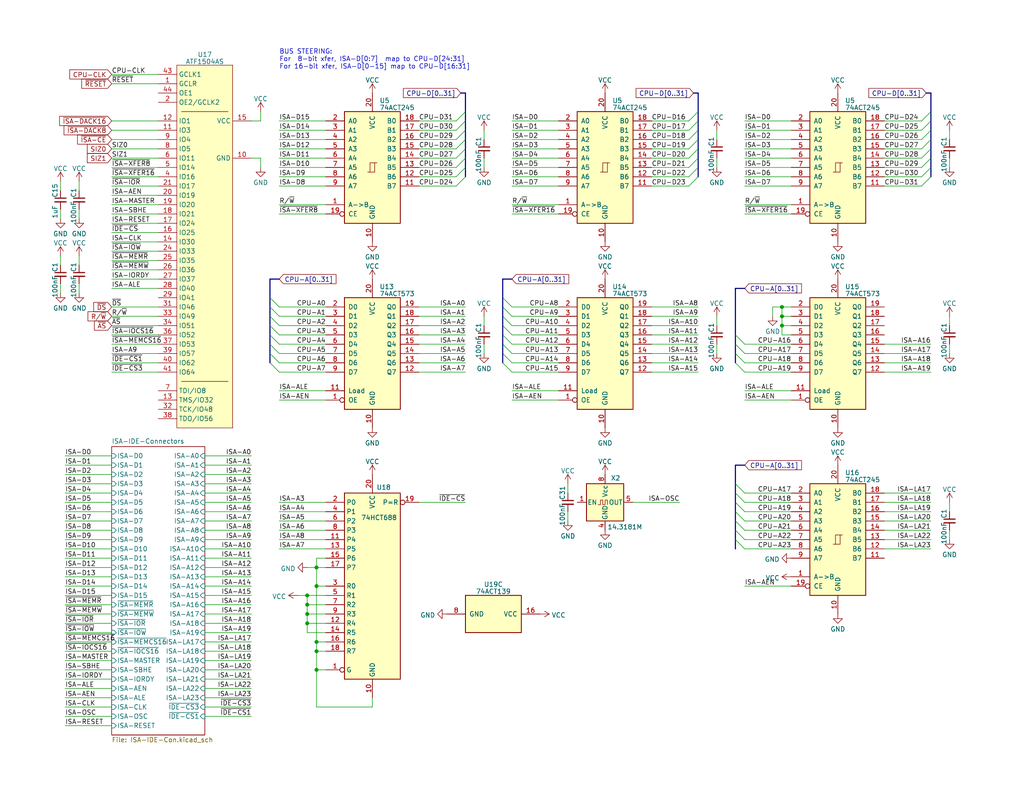
<source format=kicad_sch>
(kicad_sch (version 20230121) (generator eeschema)
  (paper "USLetter")
  (title_block (title "Wrap030-ATX Mainboard") (date "2023-03-26") (rev "1") (company "techav"))
  (junction (at 213.36 86.36))
  (junction (at 86.36 175.26))
  (junction (at 83.82 170.18))
  (junction (at 83.82 167.64))
  (junction (at 86.36 177.8))
  (junction (at 83.82 165.1))
  (junction (at 213.36 88.9))
  (junction (at 83.82 162.56))
  (junction (at 86.36 182.88))
  (junction (at 86.36 160.02))
  (junction (at 86.36 154.94))
  (junction (at 213.36 83.82))
  (bus_entry (at 127 30.48) (size -2.54 2.54))
  (bus_entry (at 73.66 81.28) (size 2.54 2.54))
  (bus_entry (at 73.66 91.44) (size 2.54 2.54))
  (bus_entry (at 137.16 99.06) (size 2.54 2.54))
  (bus_entry (at 190.5 40.64) (size -2.54 2.54))
  (bus_entry (at 73.66 93.98) (size 2.54 2.54))
  (bus_entry (at 254 38.1) (size -2.54 2.54))
  (bus_entry (at 200.66 99.06) (size 2.54 2.54))
  (bus_entry (at 254 30.48) (size -2.54 2.54))
  (bus_entry (at 254 33.02) (size -2.54 2.54))
  (bus_entry (at 200.66 139.7) (size 2.54 2.54))
  (bus_entry (at 254 48.26) (size -2.54 2.54))
  (bus_entry (at 254 40.64) (size -2.54 2.54))
  (bus_entry (at 137.16 88.9) (size 2.54 2.54))
  (bus_entry (at 73.66 88.9) (size 2.54 2.54))
  (bus_entry (at 137.16 96.52) (size 2.54 2.54))
  (bus_entry (at 127 45.72) (size -2.54 2.54))
  (bus_entry (at 137.16 91.44) (size 2.54 2.54))
  (bus_entry (at 200.66 91.44) (size 2.54 2.54))
  (bus_entry (at 200.66 93.98) (size 2.54 2.54))
  (bus_entry (at 127 33.02) (size -2.54 2.54))
  (bus_entry (at 190.5 38.1) (size -2.54 2.54))
  (bus_entry (at 137.16 83.82) (size 2.54 2.54))
  (bus_entry (at 190.5 33.02) (size -2.54 2.54))
  (bus_entry (at 127 38.1) (size -2.54 2.54))
  (bus_entry (at 200.66 142.24) (size 2.54 2.54))
  (bus_entry (at 200.66 96.52) (size 2.54 2.54))
  (bus_entry (at 137.16 81.28) (size 2.54 2.54))
  (bus_entry (at 73.66 99.06) (size 2.54 2.54))
  (bus_entry (at 73.66 83.82) (size 2.54 2.54))
  (bus_entry (at 127 48.26) (size -2.54 2.54))
  (bus_entry (at 190.5 30.48) (size -2.54 2.54))
  (bus_entry (at 127 40.64) (size -2.54 2.54))
  (bus_entry (at 200.66 132.08) (size 2.54 2.54))
  (bus_entry (at 200.66 144.78) (size 2.54 2.54))
  (bus_entry (at 200.66 147.32) (size 2.54 2.54))
  (bus_entry (at 190.5 43.18) (size -2.54 2.54))
  (bus_entry (at 127 35.56) (size -2.54 2.54))
  (bus_entry (at 137.16 86.36) (size 2.54 2.54))
  (bus_entry (at 190.5 48.26) (size -2.54 2.54))
  (bus_entry (at 200.66 134.62) (size 2.54 2.54))
  (bus_entry (at 200.66 137.16) (size 2.54 2.54))
  (bus_entry (at 127 43.18) (size -2.54 2.54))
  (bus_entry (at 137.16 93.98) (size 2.54 2.54))
  (bus_entry (at 254 43.18) (size -2.54 2.54))
  (bus_entry (at 254 35.56) (size -2.54 2.54))
  (bus_entry (at 190.5 45.72) (size -2.54 2.54))
  (bus_entry (at 73.66 86.36) (size 2.54 2.54))
  (bus_entry (at 254 45.72) (size -2.54 2.54))
  (bus_entry (at 190.5 35.56) (size -2.54 2.54))
  (bus_entry (at 73.66 96.52) (size 2.54 2.54))
  (wire (pts (xy 241.3 139.7) (xy 254 139.7)))
  (wire (pts (xy 259.08 137.16) (xy 259.08 139.7)))
  (bus (pts (xy 127 45.72) (xy 127 48.26)))
  (wire (pts (xy 16.51 59.69) (xy 16.51 57.15)))
  (bus (pts (xy 200.66 96.52) (xy 200.66 99.06)))
  (wire (pts (xy 83.82 170.18) (xy 83.82 167.64)))
  (wire (pts (xy 203.2 58.42) (xy 215.9 58.42)))
  (wire (pts (xy 241.3 43.18) (xy 251.46 43.18)))
  (wire (pts (xy 76.2 142.24) (xy 88.9 142.24)))
  (wire (pts (xy 114.3 101.6) (xy 127 101.6)))
  (wire (pts (xy 43.18 43.18) (xy 30.48 43.18)))
  (bus (pts (xy 190.5 38.1) (xy 190.5 40.64)))
  (wire (pts (xy 16.51 80.01) (xy 16.51 77.47)))
  (wire (pts (xy 55.88 124.46) (xy 68.58 124.46)))
  (wire (pts (xy 114.3 50.8) (xy 124.46 50.8)))
  (wire (pts (xy 76.2 35.56) (xy 88.9 35.56)))
  (wire (pts (xy 139.7 45.72) (xy 152.4 45.72)))
  (wire (pts (xy 241.3 35.56) (xy 251.46 35.56)))
  (wire (pts (xy 55.88 129.54) (xy 68.58 129.54)))
  (wire (pts (xy 17.78 182.88) (xy 30.48 182.88)))
  (wire (pts (xy 203.2 40.64) (xy 215.9 40.64)))
  (bus (pts (xy 190.5 43.18) (xy 190.5 45.72)))
  (wire (pts (xy 139.7 55.88) (xy 152.4 55.88)))
  (wire (pts (xy 86.36 154.94) (xy 88.9 154.94)))
  (bus (pts (xy 73.66 88.9) (xy 73.66 91.44)))
  (bus (pts (xy 137.16 83.82) (xy 137.16 86.36)))
  (wire (pts (xy 241.3 147.32) (xy 254 147.32)))
  (wire (pts (xy 203.2 99.06) (xy 215.9 99.06)))
  (wire (pts (xy 114.3 91.44) (xy 127 91.44)))
  (bus (pts (xy 200.66 91.44) (xy 200.66 93.98)))
  (wire (pts (xy 76.2 149.86) (xy 88.9 149.86)))
  (wire (pts (xy 30.48 63.5) (xy 43.18 63.5)))
  (wire (pts (xy 17.78 195.58) (xy 30.48 195.58)))
  (wire (pts (xy 83.82 165.1) (xy 83.82 162.56)))
  (wire (pts (xy 241.3 144.78) (xy 254 144.78)))
  (wire (pts (xy 132.08 45.72) (xy 132.08 43.18)))
  (wire (pts (xy 203.2 134.62) (xy 215.9 134.62)))
  (wire (pts (xy 76.2 88.9) (xy 88.9 88.9)))
  (wire (pts (xy 195.58 96.52) (xy 195.58 93.98)))
  (wire (pts (xy 55.88 185.42) (xy 68.58 185.42)))
  (wire (pts (xy 139.7 40.64) (xy 152.4 40.64)))
  (bus (pts (xy 254 45.72) (xy 254 48.26)))
  (bus (pts (xy 137.16 96.52) (xy 137.16 99.06)))
  (wire (pts (xy 203.2 149.86) (xy 215.9 149.86)))
  (wire (pts (xy 17.78 149.86) (xy 30.48 149.86)))
  (wire (pts (xy 241.3 96.52) (xy 254 96.52)))
  (wire (pts (xy 86.36 175.26) (xy 88.9 175.26)))
  (wire (pts (xy 21.59 69.85) (xy 21.59 72.39)))
  (wire (pts (xy 259.08 86.36) (xy 259.08 88.9)))
  (wire (pts (xy 30.48 60.96) (xy 43.18 60.96)))
  (bus (pts (xy 127 35.56) (xy 127 38.1)))
  (wire (pts (xy 76.2 137.16) (xy 88.9 137.16)))
  (bus (pts (xy 190.5 25.4) (xy 190.5 30.48)))
  (wire (pts (xy 213.36 88.9) (xy 215.9 88.9)))
  (wire (pts (xy 241.3 40.64) (xy 251.46 40.64)))
  (wire (pts (xy 177.8 91.44) (xy 190.5 91.44)))
  (wire (pts (xy 154.94 132.08) (xy 154.94 134.62)))
  (wire (pts (xy 241.3 48.26) (xy 251.46 48.26)))
  (wire (pts (xy 203.2 137.16) (xy 215.9 137.16)))
  (bus (pts (xy 127 33.02) (xy 127 35.56)))
  (wire (pts (xy 139.7 38.1) (xy 152.4 38.1)))
  (wire (pts (xy 30.48 55.88) (xy 43.18 55.88)))
  (wire (pts (xy 21.59 49.53) (xy 21.59 52.07)))
  (bus (pts (xy 254 35.56) (xy 254 38.1)))
  (wire (pts (xy 43.18 88.9) (xy 30.48 88.9)))
  (wire (pts (xy 17.78 165.1) (xy 30.48 165.1)))
  (wire (pts (xy 76.2 58.42) (xy 88.9 58.42)))
  (wire (pts (xy 177.8 35.56) (xy 187.96 35.56)))
  (bus (pts (xy 254 25.4) (xy 254 30.48)))
  (wire (pts (xy 17.78 137.16) (xy 30.48 137.16)))
  (wire (pts (xy 43.18 40.64) (xy 30.48 40.64)))
  (wire (pts (xy 55.88 182.88) (xy 68.58 182.88)))
  (wire (pts (xy 259.08 96.52) (xy 259.08 93.98)))
  (bus (pts (xy 200.66 142.24) (xy 200.66 144.78)))
  (wire (pts (xy 203.2 109.22) (xy 215.9 109.22)))
  (wire (pts (xy 241.3 99.06) (xy 254 99.06)))
  (wire (pts (xy 139.7 101.6) (xy 152.4 101.6)))
  (wire (pts (xy 241.3 33.02) (xy 251.46 33.02)))
  (wire (pts (xy 55.88 193.04) (xy 68.58 193.04)))
  (bus (pts (xy 137.16 76.2) (xy 137.16 81.28)))
  (wire (pts (xy 114.3 43.18) (xy 124.46 43.18)))
  (wire (pts (xy 83.82 172.72) (xy 83.82 170.18)))
  (bus (pts (xy 137.16 86.36) (xy 137.16 88.9)))
  (wire (pts (xy 127 137.16) (xy 114.3 137.16)))
  (wire (pts (xy 139.7 91.44) (xy 152.4 91.44)))
  (wire (pts (xy 83.82 165.1) (xy 88.9 165.1)))
  (bus (pts (xy 190.5 40.64) (xy 190.5 43.18)))
  (bus (pts (xy 137.16 93.98) (xy 137.16 96.52)))
  (wire (pts (xy 88.9 172.72) (xy 83.82 172.72)))
  (wire (pts (xy 76.2 99.06) (xy 88.9 99.06)))
  (wire (pts (xy 55.88 162.56) (xy 68.58 162.56)))
  (bus (pts (xy 73.66 96.52) (xy 73.66 99.06)))
  (wire (pts (xy 30.48 58.42) (xy 43.18 58.42)))
  (bus (pts (xy 137.16 91.44) (xy 137.16 93.98)))
  (bus (pts (xy 127 43.18) (xy 127 45.72)))
  (wire (pts (xy 30.48 66.04) (xy 43.18 66.04)))
  (bus (pts (xy 127 40.64) (xy 127 43.18)))
  (wire (pts (xy 241.3 93.98) (xy 254 93.98)))
  (wire (pts (xy 213.36 86.36) (xy 215.9 86.36)))
  (wire (pts (xy 55.88 180.34) (xy 68.58 180.34)))
  (wire (pts (xy 55.88 187.96) (xy 68.58 187.96)))
  (wire (pts (xy 203.2 147.32) (xy 215.9 147.32)))
  (wire (pts (xy 139.7 106.68) (xy 152.4 106.68)))
  (wire (pts (xy 177.8 88.9) (xy 190.5 88.9)))
  (wire (pts (xy 177.8 38.1) (xy 187.96 38.1)))
  (bus (pts (xy 200.66 78.74) (xy 203.2 78.74)))
  (wire (pts (xy 83.82 170.18) (xy 88.9 170.18)))
  (wire (pts (xy 213.36 83.82) (xy 215.9 83.82)))
  (wire (pts (xy 86.36 177.8) (xy 86.36 175.26)))
  (wire (pts (xy 76.2 101.6) (xy 88.9 101.6)))
  (wire (pts (xy 213.36 83.82) (xy 210.82 83.82)))
  (wire (pts (xy 17.78 154.94) (xy 30.48 154.94)))
  (wire (pts (xy 76.2 48.26) (xy 88.9 48.26)))
  (wire (pts (xy 30.48 35.56) (xy 43.18 35.56)))
  (wire (pts (xy 241.3 101.6) (xy 254 101.6)))
  (wire (pts (xy 30.48 33.02) (xy 43.18 33.02)))
  (wire (pts (xy 30.48 73.66) (xy 43.18 73.66)))
  (wire (pts (xy 203.2 38.1) (xy 215.9 38.1)))
  (wire (pts (xy 76.2 144.78) (xy 88.9 144.78)))
  (bus (pts (xy 254 33.02) (xy 254 35.56)))
  (bus (pts (xy 73.66 76.2) (xy 73.66 81.28)))
  (wire (pts (xy 55.88 160.02) (xy 68.58 160.02)))
  (wire (pts (xy 114.3 96.52) (xy 127 96.52)))
  (bus (pts (xy 190.5 33.02) (xy 190.5 35.56)))
  (wire (pts (xy 203.2 142.24) (xy 215.9 142.24)))
  (wire (pts (xy 55.88 195.58) (xy 68.58 195.58)))
  (wire (pts (xy 55.88 144.78) (xy 68.58 144.78)))
  (bus (pts (xy 252.73 25.4) (xy 254 25.4)))
  (wire (pts (xy 88.9 160.02) (xy 86.36 160.02)))
  (wire (pts (xy 76.2 55.88) (xy 88.9 55.88)))
  (wire (pts (xy 55.88 172.72) (xy 68.58 172.72)))
  (wire (pts (xy 17.78 185.42) (xy 30.48 185.42)))
  (wire (pts (xy 17.78 190.5) (xy 30.48 190.5)))
  (wire (pts (xy 17.78 193.04) (xy 30.48 193.04)))
  (wire (pts (xy 17.78 175.26) (xy 30.48 175.26)))
  (wire (pts (xy 55.88 147.32) (xy 68.58 147.32)))
  (wire (pts (xy 213.36 88.9) (xy 213.36 86.36)))
  (wire (pts (xy 139.7 43.18) (xy 152.4 43.18)))
  (wire (pts (xy 139.7 48.26) (xy 152.4 48.26)))
  (wire (pts (xy 86.36 154.94) (xy 86.36 152.4)))
  (wire (pts (xy 30.48 71.12) (xy 43.18 71.12)))
  (wire (pts (xy 203.2 106.68) (xy 215.9 106.68)))
  (wire (pts (xy 76.2 33.02) (xy 88.9 33.02)))
  (wire (pts (xy 55.88 152.4) (xy 68.58 152.4)))
  (wire (pts (xy 203.2 35.56) (xy 215.9 35.56)))
  (wire (pts (xy 76.2 43.18) (xy 88.9 43.18)))
  (bus (pts (xy 200.66 78.74) (xy 200.66 91.44)))
  (wire (pts (xy 76.2 96.52) (xy 88.9 96.52)))
  (wire (pts (xy 68.58 33.02) (xy 71.12 33.02)))
  (wire (pts (xy 17.78 144.78) (xy 30.48 144.78)))
  (bus (pts (xy 127 30.48) (xy 127 33.02)))
  (wire (pts (xy 55.88 127) (xy 68.58 127)))
  (bus (pts (xy 200.66 127) (xy 200.66 132.08)))
  (wire (pts (xy 139.7 93.98) (xy 152.4 93.98)))
  (wire (pts (xy 203.2 33.02) (xy 215.9 33.02)))
  (wire (pts (xy 86.36 160.02) (xy 86.36 154.94)))
  (wire (pts (xy 215.9 91.44) (xy 213.36 91.44)))
  (wire (pts (xy 114.3 99.06) (xy 127 99.06)))
  (wire (pts (xy 55.88 190.5) (xy 68.58 190.5)))
  (wire (pts (xy 210.82 83.82) (xy 210.82 86.36)))
  (wire (pts (xy 16.51 49.53) (xy 16.51 52.07)))
  (wire (pts (xy 76.2 91.44) (xy 88.9 91.44)))
  (wire (pts (xy 114.3 86.36) (xy 127 86.36)))
  (wire (pts (xy 203.2 101.6) (xy 215.9 101.6)))
  (wire (pts (xy 76.2 50.8) (xy 88.9 50.8)))
  (wire (pts (xy 154.94 142.24) (xy 154.94 139.7)))
  (wire (pts (xy 132.08 96.52) (xy 132.08 93.98)))
  (wire (pts (xy 55.88 137.16) (xy 68.58 137.16)))
  (wire (pts (xy 241.3 142.24) (xy 254 142.24)))
  (wire (pts (xy 259.08 147.32) (xy 259.08 144.78)))
  (wire (pts (xy 114.3 83.82) (xy 127 83.82)))
  (wire (pts (xy 114.3 93.98) (xy 127 93.98)))
  (wire (pts (xy 213.36 86.36) (xy 213.36 83.82)))
  (wire (pts (xy 83.82 154.94) (xy 86.36 154.94)))
  (bus (pts (xy 200.66 137.16) (xy 200.66 139.7)))
  (wire (pts (xy 139.7 33.02) (xy 152.4 33.02)))
  (wire (pts (xy 139.7 58.42) (xy 152.4 58.42)))
  (wire (pts (xy 17.78 157.48) (xy 30.48 157.48)))
  (wire (pts (xy 76.2 93.98) (xy 88.9 93.98)))
  (wire (pts (xy 30.48 76.2) (xy 43.18 76.2)))
  (wire (pts (xy 259.08 45.72) (xy 259.08 43.18)))
  (wire (pts (xy 30.48 45.72) (xy 43.18 45.72)))
  (wire (pts (xy 203.2 93.98) (xy 215.9 93.98)))
  (wire (pts (xy 76.2 86.36) (xy 88.9 86.36)))
  (wire (pts (xy 17.78 142.24) (xy 30.48 142.24)))
  (wire (pts (xy 114.3 33.02) (xy 124.46 33.02)))
  (wire (pts (xy 139.7 50.8) (xy 152.4 50.8)))
  (bus (pts (xy 254 30.48) (xy 254 33.02)))
  (wire (pts (xy 86.36 175.26) (xy 86.36 160.02)))
  (wire (pts (xy 81.28 162.56) (xy 83.82 162.56)))
  (wire (pts (xy 55.88 165.1) (xy 68.58 165.1)))
  (wire (pts (xy 83.82 167.64) (xy 88.9 167.64)))
  (bus (pts (xy 190.5 30.48) (xy 190.5 33.02)))
  (wire (pts (xy 177.8 43.18) (xy 187.96 43.18)))
  (wire (pts (xy 86.36 152.4) (xy 88.9 152.4)))
  (wire (pts (xy 241.3 45.72) (xy 251.46 45.72)))
  (bus (pts (xy 200.66 147.32) (xy 200.66 149.86)))
  (wire (pts (xy 55.88 175.26) (xy 68.58 175.26)))
  (bus (pts (xy 189.23 25.4) (xy 190.5 25.4)))
  (wire (pts (xy 55.88 134.62) (xy 68.58 134.62)))
  (wire (pts (xy 195.58 86.36) (xy 195.58 88.9)))
  (wire (pts (xy 132.08 86.36) (xy 132.08 88.9)))
  (bus (pts (xy 200.66 144.78) (xy 200.66 147.32)))
  (bus (pts (xy 127 38.1) (xy 127 40.64)))
  (wire (pts (xy 55.88 139.7) (xy 68.58 139.7)))
  (bus (pts (xy 73.66 93.98) (xy 73.66 96.52)))
  (wire (pts (xy 55.88 170.18) (xy 68.58 170.18)))
  (bus (pts (xy 73.66 91.44) (xy 73.66 93.98)))
  (wire (pts (xy 17.78 152.4) (xy 30.48 152.4)))
  (wire (pts (xy 17.78 147.32) (xy 30.48 147.32)))
  (wire (pts (xy 43.18 86.36) (xy 30.48 86.36)))
  (wire (pts (xy 55.88 167.64) (xy 68.58 167.64)))
  (wire (pts (xy 30.48 38.1) (xy 43.18 38.1)))
  (wire (pts (xy 203.2 43.18) (xy 215.9 43.18)))
  (wire (pts (xy 114.3 38.1) (xy 124.46 38.1)))
  (bus (pts (xy 190.5 35.56) (xy 190.5 38.1)))
  (wire (pts (xy 43.18 99.06) (xy 30.48 99.06)))
  (wire (pts (xy 139.7 109.22) (xy 152.4 109.22)))
  (wire (pts (xy 76.2 147.32) (xy 88.9 147.32)))
  (wire (pts (xy 139.7 99.06) (xy 152.4 99.06)))
  (wire (pts (xy 17.78 124.46) (xy 30.48 124.46)))
  (wire (pts (xy 55.88 149.86) (xy 68.58 149.86)))
  (wire (pts (xy 17.78 162.56) (xy 30.48 162.56)))
  (wire (pts (xy 21.59 59.69) (xy 21.59 57.15)))
  (wire (pts (xy 71.12 43.18) (xy 68.58 43.18)))
  (wire (pts (xy 17.78 177.8) (xy 30.48 177.8)))
  (wire (pts (xy 21.59 80.01) (xy 21.59 77.47)))
  (wire (pts (xy 30.48 91.44) (xy 43.18 91.44)))
  (bus (pts (xy 73.66 76.2) (xy 76.2 76.2)))
  (wire (pts (xy 86.36 193.04) (xy 101.6 193.04)))
  (wire (pts (xy 30.48 22.86) (xy 43.18 22.86)))
  (wire (pts (xy 30.48 96.52) (xy 43.18 96.52)))
  (wire (pts (xy 139.7 96.52) (xy 152.4 96.52)))
  (wire (pts (xy 185.42 137.16) (xy 172.72 137.16)))
  (wire (pts (xy 203.2 45.72) (xy 215.9 45.72)))
  (wire (pts (xy 17.78 180.34) (xy 30.48 180.34)))
  (wire (pts (xy 241.3 50.8) (xy 251.46 50.8)))
  (wire (pts (xy 83.82 167.64) (xy 83.82 165.1)))
  (bus (pts (xy 137.16 81.28) (xy 137.16 83.82)))
  (wire (pts (xy 101.6 193.04) (xy 101.6 190.5)))
  (bus (pts (xy 200.66 139.7) (xy 200.66 142.24)))
  (wire (pts (xy 55.88 154.94) (xy 68.58 154.94)))
  (wire (pts (xy 17.78 132.08) (xy 30.48 132.08)))
  (wire (pts (xy 139.7 88.9) (xy 152.4 88.9)))
  (wire (pts (xy 30.48 78.74) (xy 43.18 78.74)))
  (bus (pts (xy 200.66 132.08) (xy 200.66 134.62)))
  (wire (pts (xy 203.2 96.52) (xy 215.9 96.52)))
  (wire (pts (xy 203.2 55.88) (xy 215.9 55.88)))
  (wire (pts (xy 177.8 40.64) (xy 187.96 40.64)))
  (wire (pts (xy 16.51 69.85) (xy 16.51 72.39)))
  (wire (pts (xy 177.8 50.8) (xy 187.96 50.8)))
  (wire (pts (xy 213.36 91.44) (xy 213.36 88.9)))
  (wire (pts (xy 30.48 93.98) (xy 43.18 93.98)))
  (wire (pts (xy 177.8 45.72) (xy 187.96 45.72)))
  (bus (pts (xy 73.66 81.28) (xy 73.66 83.82)))
  (wire (pts (xy 76.2 106.68) (xy 88.9 106.68)))
  (wire (pts (xy 17.78 167.64) (xy 30.48 167.64)))
  (wire (pts (xy 114.3 48.26) (xy 124.46 48.26)))
  (wire (pts (xy 30.48 53.34) (xy 43.18 53.34)))
  (wire (pts (xy 203.2 50.8) (xy 215.9 50.8)))
  (wire (pts (xy 76.2 40.64) (xy 88.9 40.64)))
  (wire (pts (xy 30.48 48.26) (xy 43.18 48.26)))
  (wire (pts (xy 177.8 48.26) (xy 187.96 48.26)))
  (wire (pts (xy 55.88 142.24) (xy 68.58 142.24)))
  (wire (pts (xy 203.2 144.78) (xy 215.9 144.78)))
  (wire (pts (xy 241.3 149.86) (xy 254 149.86)))
  (wire (pts (xy 17.78 172.72) (xy 30.48 172.72)))
  (wire (pts (xy 195.58 45.72) (xy 195.58 43.18)))
  (wire (pts (xy 203.2 139.7) (xy 215.9 139.7)))
  (wire (pts (xy 30.48 50.8) (xy 43.18 50.8)))
  (wire (pts (xy 259.08 35.56) (xy 259.08 38.1)))
  (wire (pts (xy 241.3 38.1) (xy 251.46 38.1)))
  (wire (pts (xy 177.8 96.52) (xy 190.5 96.52)))
  (wire (pts (xy 76.2 109.22) (xy 88.9 109.22)))
  (wire (pts (xy 76.2 83.82) (xy 88.9 83.82)))
  (wire (pts (xy 241.3 134.62) (xy 254 134.62)))
  (bus (pts (xy 127 25.4) (xy 127 30.48)))
  (bus (pts (xy 190.5 45.72) (xy 190.5 48.26)))
  (wire (pts (xy 17.78 129.54) (xy 30.48 129.54)))
  (wire (pts (xy 86.36 182.88) (xy 86.36 177.8)))
  (wire (pts (xy 114.3 35.56) (xy 124.46 35.56)))
  (bus (pts (xy 200.66 127) (xy 203.2 127)))
  (wire (pts (xy 114.3 88.9) (xy 127 88.9)))
  (wire (pts (xy 43.18 101.6) (xy 30.48 101.6)))
  (bus (pts (xy 254 43.18) (xy 254 45.72)))
  (wire (pts (xy 17.78 170.18) (xy 30.48 170.18)))
  (wire (pts (xy 76.2 45.72) (xy 88.9 45.72)))
  (wire (pts (xy 76.2 139.7) (xy 88.9 139.7)))
  (wire (pts (xy 88.9 182.88) (xy 86.36 182.88)))
  (wire (pts (xy 17.78 127) (xy 30.48 127)))
  (wire (pts (xy 177.8 93.98) (xy 190.5 93.98)))
  (bus (pts (xy 254 40.64) (xy 254 43.18)))
  (wire (pts (xy 203.2 160.02) (xy 215.9 160.02)))
  (wire (pts (xy 30.48 68.58) (xy 43.18 68.58)))
  (wire (pts (xy 30.48 20.32) (xy 43.18 20.32)))
  (wire (pts (xy 177.8 83.82) (xy 190.5 83.82)))
  (wire (pts (xy 71.12 45.72) (xy 71.12 43.18)))
  (wire (pts (xy 114.3 45.72) (xy 124.46 45.72)))
  (wire (pts (xy 139.7 86.36) (xy 152.4 86.36)))
  (wire (pts (xy 17.78 139.7) (xy 30.48 139.7)))
  (wire (pts (xy 177.8 99.06) (xy 190.5 99.06)))
  (wire (pts (xy 139.7 83.82) (xy 152.4 83.82)))
  (wire (pts (xy 177.8 86.36) (xy 190.5 86.36)))
  (wire (pts (xy 17.78 198.12) (xy 30.48 198.12)))
  (wire (pts (xy 76.2 38.1) (xy 88.9 38.1)))
  (wire (pts (xy 17.78 187.96) (xy 30.48 187.96)))
  (bus (pts (xy 137.16 88.9) (xy 137.16 91.44)))
  (bus (pts (xy 73.66 83.82) (xy 73.66 86.36)))
  (wire (pts (xy 55.88 157.48) (xy 68.58 157.48)))
  (wire (pts (xy 177.8 33.02) (xy 187.96 33.02)))
  (wire (pts (xy 114.3 40.64) (xy 124.46 40.64)))
  (wire (pts (xy 17.78 160.02) (xy 30.48 160.02)))
  (wire (pts (xy 203.2 48.26) (xy 215.9 48.26)))
  (wire (pts (xy 195.58 35.56) (xy 195.58 38.1)))
  (wire (pts (xy 55.88 132.08) (xy 68.58 132.08)))
  (wire (pts (xy 241.3 137.16) (xy 254 137.16)))
  (wire (pts (xy 17.78 134.62) (xy 30.48 134.62)))
  (wire (pts (xy 71.12 33.02) (xy 71.12 30.48)))
  (bus (pts (xy 137.16 76.2) (xy 139.7 76.2)))
  (bus (pts (xy 254 38.1) (xy 254 40.64)))
  (wire (pts (xy 43.18 83.82) (xy 30.48 83.82)))
  (wire (pts (xy 86.36 182.88) (xy 86.36 193.04)))
  (bus (pts (xy 73.66 86.36) (xy 73.66 88.9)))
  (wire (pts (xy 83.82 162.56) (xy 88.9 162.56)))
  (bus (pts (xy 125.73 25.4) (xy 127 25.4)))
  (wire (pts (xy 88.9 177.8) (xy 86.36 177.8)))
  (wire (pts (xy 55.88 177.8) (xy 68.58 177.8)))
  (wire (pts (xy 177.8 101.6) (xy 190.5 101.6)))
  (wire (pts (xy 139.7 35.56) (xy 152.4 35.56)))
  (bus (pts (xy 200.66 93.98) (xy 200.66 96.52)))
  (wire (pts (xy 132.08 35.56) (xy 132.08 38.1)))
  (bus (pts (xy 200.66 134.62) (xy 200.66 137.16)))
  (text "BUS STEERING:\nFor  8-bit xfer, ISA-D[0:7]  map to CPU-D[24:31]\nFor 16-bit xfer, ISA-D[0-15] map to CPU-D[16:31]" (at 76.2 19.05 0) (effects (font (size 1.27 1.27)) (justify left bottom)))
  (label "CPU-A2" (at 88.9 88.9 180))
  (label "CPU-D22" (at 177.8 48.26 0))
  (label "ISA-D7" (at 139.7 50.8 0))
  (label "~{ISA-IOW}" (at 30.48 68.58 0))
  (label "~{ISA-IOR}" (at 30.48 50.8 0))
  (label "ISA-D5" (at 139.7 45.72 0))
  (label "R{slash}~{W}" (at 76.2 55.88 0))
  (label "CPU-D20" (at 177.8 43.18 0))
  (label "ISA-A16" (at 254 93.98 180))
  (label "ISA-D15" (at 17.78 162.56 0))
  (label "ISA-A4" (at 68.58 134.62 180))
  (label "ISA-SBHE" (at 30.48 58.42 0))
  (label "CPU-A20" (at 215.9 142.24 180))
  (label "ISA-AEN" (at 17.78 190.5 0))
  (label "ISA-A10" (at 68.58 149.86 180))
  (label "CPU-A7" (at 88.9 101.6 180))
  (label "ISA-IORDY" (at 17.78 185.42 0))
  (label "~{IDE-CS3}" (at 30.48 101.6 0))
  (label "ISA-A18" (at 68.58 170.18 180))
  (label "ISA-D0" (at 17.78 124.46 0))
  (label "ISA-LA22" (at 254 147.32 180))
  (label "~{ISA-MEMR}" (at 17.78 165.1 0))
  (label "ISA-LA17" (at 254 134.62 180))
  (label "ISA-RESET" (at 30.48 60.96 0))
  (label "ISA-ALE" (at 139.7 106.68 0))
  (label "CPU-D25" (at 241.3 35.56 0))
  (label "ISA-D15" (at 76.2 33.02 0))
  (label "ISA-A5" (at 68.58 137.16 180))
  (label "CPU-A22" (at 215.9 147.32 180))
  (label "ISA-A19" (at 254 101.6 180))
  (label "CPU-A16" (at 215.9 93.98 180))
  (label "ISA-A17" (at 254 96.52 180))
  (label "~{DS}" (at 30.48 83.82 0))
  (label "ISA-A3" (at 68.58 132.08 180))
  (label "ISA-A8" (at 68.58 144.78 180))
  (label "ISA-D7" (at 17.78 142.24 0))
  (label "ISA-D2" (at 17.78 129.54 0))
  (label "ISA-A6" (at 68.58 139.7 180))
  (label "ISA-A6" (at 76.2 144.78 0))
  (label "ISA-D10" (at 17.78 149.86 0))
  (label "SIZ0" (at 30.48 40.64 0))
  (label "ISA-A0" (at 68.58 124.46 180))
  (label "~{IDE-CS1}" (at 68.58 195.58 180))
  (label "ISA-AEN" (at 139.7 109.22 0))
  (label "CPU-A18" (at 215.9 99.06 180))
  (label "ISA-D4" (at 139.7 43.18 0))
  (label "CPU-A18" (at 215.9 137.16 180))
  (label "ISA-AEN" (at 30.48 53.34 0))
  (label "CPU-A17" (at 215.9 134.62 180))
  (label "CPU-A12" (at 152.4 93.98 180))
  (label "ISA-ALE" (at 17.78 187.96 0))
  (label "ISA-D14" (at 76.2 35.56 0))
  (label "CPU-A8" (at 152.4 83.82 180))
  (label "ISA-D12" (at 17.78 154.94 0))
  (label "ISA-A7" (at 76.2 149.86 0))
  (label "CPU-D29" (at 114.3 38.1 0))
  (label "ISA-LA18" (at 68.58 177.8 180))
  (label "~{ISA-MEMCS16}" (at 17.78 175.26 0))
  (label "ISA-D4" (at 17.78 134.62 0))
  (label "ISA-A8" (at 190.5 83.82 180))
  (label "ISA-D13" (at 76.2 38.1 0))
  (label "CPU-D26" (at 114.3 45.72 0))
  (label "ISA-A8" (at 76.2 147.32 0))
  (label "~{IDE-CS}" (at 127 137.16 180))
  (label "CPU-D23" (at 177.8 50.8 0))
  (label "~{ISA-XFER16}" (at 203.2 58.42 0))
  (label "CPU-A6" (at 88.9 99.06 180))
  (label "ISA-D11" (at 76.2 43.18 0))
  (label "ISA-D2" (at 139.7 38.1 0))
  (label "CPU-D26" (at 241.3 38.1 0))
  (label "ISA-CLK" (at 17.78 193.04 0))
  (label "ISA-A4" (at 76.2 139.7 0))
  (label "CPU-D19" (at 177.8 40.64 0))
  (label "ISA-A13" (at 190.5 96.52 180))
  (label "~{AS}" (at 30.48 88.9 0))
  (label "ISA-A7" (at 127 101.6 180))
  (label "CPU-D27" (at 241.3 40.64 0))
  (label "ISA-D12" (at 76.2 40.64 0))
  (label "ISA-A5" (at 76.2 142.24 0))
  (label "CPU-D30" (at 114.3 35.56 0))
  (label "ISA-A13" (at 68.58 157.48 180))
  (label "~{ISA-MEMCS16}" (at 30.48 93.98 0))
  (label "CPU-A10" (at 152.4 88.9 180))
  (label "~{ISA-IOCS16}" (at 17.78 177.8 0))
  (label "CPU-D18" (at 177.8 38.1 0))
  (label "ISA-D10" (at 76.2 45.72 0))
  (label "ISA-D8" (at 17.78 144.78 0))
  (label "CPU-A1" (at 88.9 86.36 180))
  (label "CPU-A19" (at 215.9 101.6 180))
  (label "ISA-A9" (at 190.5 86.36 180))
  (label "ISA-A12" (at 68.58 154.94 180))
  (label "ISA-A11" (at 68.58 152.4 180))
  (label "ISA-D9" (at 17.78 147.32 0))
  (label "ISA-LA19" (at 254 139.7 180))
  (label "ISA-ALE" (at 203.2 106.68 0))
  (label "CPU-D27" (at 114.3 43.18 0))
  (label "ISA-LA22" (at 68.58 187.96 180))
  (label "ISA-LA19" (at 68.58 180.34 180))
  (label "~{RESET}" (at 30.48 22.86 0))
  (label "ISA-A7" (at 68.58 142.24 180))
  (label "ISA-D3" (at 17.78 132.08 0))
  (label "CPU-A5" (at 88.9 96.52 180))
  (label "ISA-A6" (at 127 99.06 180))
  (label "ISA-D8" (at 76.2 50.8 0))
  (label "CPU-D25" (at 114.3 48.26 0))
  (label "ISA-D6" (at 203.2 48.26 0))
  (label "ISA-A9" (at 68.58 147.32 180))
  (label "CPU-A21" (at 215.9 144.78 180))
  (label "CPU-D28" (at 241.3 43.18 0))
  (label "ISA-D5" (at 203.2 45.72 0))
  (label "ISA-A18" (at 254 99.06 180))
  (label "ISA-D6" (at 139.7 48.26 0))
  (label "CPU-D17" (at 177.8 35.56 0))
  (label "ISA-D4" (at 203.2 43.18 0))
  (label "CPU-D21" (at 177.8 45.72 0))
  (label "~{ISA-MEMR}" (at 30.48 71.12 0))
  (label "ISA-D2" (at 203.2 38.1 0))
  (label "~{ISA-MEMW}" (at 30.48 73.66 0))
  (label "CPU-CLK" (at 30.48 20.32 0))
  (label "ISA-A9" (at 30.48 96.52 0))
  (label "ISA-A15" (at 68.58 162.56 180))
  (label "~{IDE-CS1}" (at 30.48 99.06 0))
  (label "ISA-D3" (at 203.2 40.64 0))
  (label "CPU-A0" (at 88.9 83.82 180))
  (label "ISA-D5" (at 17.78 137.16 0))
  (label "ISA-LA20" (at 68.58 182.88 180))
  (label "ISA-OSC" (at 185.42 137.16 180))
  (label "ISA-LA23" (at 254 149.86 180))
  (label "ISA-AEN" (at 76.2 109.22 0))
  (label "ISA-MASTER" (at 17.78 180.34 0))
  (label "ISA-LA17" (at 68.58 175.26 180))
  (label "CPU-D29" (at 241.3 45.72 0))
  (label "ISA-A1" (at 68.58 127 180))
  (label "ISA-A1" (at 127 86.36 180))
  (label "ISA-A3" (at 127 91.44 180))
  (label "CPU-D30" (at 241.3 48.26 0))
  (label "CPU-D28" (at 114.3 40.64 0))
  (label "CPU-D31" (at 114.3 33.02 0))
  (label "ISA-A2" (at 68.58 129.54 180))
  (label "R{slash}~{W}" (at 139.7 55.88 0))
  (label "ISA-D11" (at 17.78 152.4 0))
  (label "ISA-D6" (at 17.78 139.7 0))
  (label "ISA-A2" (at 127 88.9 180))
  (label "CPU-A9" (at 152.4 86.36 180))
  (label "ISA-D13" (at 17.78 157.48 0))
  (label "CPU-A19" (at 215.9 139.7 180))
  (label "ISA-A14" (at 68.58 160.02 180))
  (label "ISA-D7" (at 203.2 50.8 0))
  (label "ISA-MASTER" (at 30.48 55.88 0))
  (label "ISA-LA20" (at 254 142.24 180))
  (label "ISA-D1" (at 203.2 35.56 0))
  (label "ISA-A14" (at 190.5 99.06 180))
  (label "ISA-A5" (at 127 96.52 180))
  (label "ISA-A15" (at 190.5 101.6 180))
  (label "ISA-RESET" (at 17.78 198.12 0))
  (label "~{IDE-CS3}" (at 68.58 193.04 180))
  (label "~{ISA-MEMW}" (at 17.78 167.64 0))
  (label "~{ISA-IOR}" (at 17.78 170.18 0))
  (label "ISA-D0" (at 203.2 33.02 0))
  (label "ISA-A4" (at 127 93.98 180))
  (label "ISA-CLK" (at 30.48 66.04 0))
  (label "~{ISA-IOCS16}" (at 30.48 91.44 0))
  (label "CPU-A15" (at 152.4 101.6 180))
  (label "ISA-LA23" (at 68.58 190.5 180))
  (label "ISA-A3" (at 76.2 137.16 0))
  (label "ISA-ALE" (at 76.2 106.68 0))
  (label "ISA-D1" (at 139.7 35.56 0))
  (label "CPU-A4" (at 88.9 93.98 180))
  (label "CPU-A3" (at 88.9 91.44 180))
  (label "~{ISA-XFER16}" (at 30.48 48.26 0))
  (label "~{ISA-XFER16}" (at 139.7 58.42 0))
  (label "ISA-A17" (at 68.58 167.64 180))
  (label "ISA-D0" (at 139.7 33.02 0))
  (label "ISA-AEN" (at 203.2 109.22 0))
  (label "ISA-D14" (at 17.78 160.02 0))
  (label "~{ISA-XFER8}" (at 76.2 58.42 0))
  (label "ISA-D1" (at 17.78 127 0))
  (label "CPU-D16" (at 177.8 33.02 0))
  (label "ISA-LA21" (at 68.58 185.42 180))
  (label "ISA-A19" (at 68.58 172.72 180))
  (label "ISA-LA21" (at 254 144.78 180))
  (label "CPU-D31" (at 241.3 50.8 0))
  (label "ISA-SBHE" (at 17.78 182.88 0))
  (label "ISA-A0" (at 127 83.82 180))
  (label "CPU-A23" (at 215.9 149.86 180))
  (label "ISA-ALE" (at 30.48 78.74 0))
  (label "CPU-D24" (at 241.3 33.02 0))
  (label "ISA-OSC" (at 17.78 195.58 0))
  (label "ISA-D9" (at 76.2 48.26 0))
  (label "ISA-A16" (at 68.58 165.1 180))
  (label "ISA-IORDY" (at 30.48 76.2 0))
  (label "ISA-D3" (at 139.7 40.64 0))
  (label "~{ISA-XFER8}" (at 30.48 45.72 0))
  (label "R{slash}~{W}" (at 203.2 55.88 0))
  (label "ISA-A11" (at 190.5 91.44 180))
  (label "ISA-AEN" (at 203.2 160.02 0))
  (label "ISA-A12" (at 190.5 93.98 180))
  (label "CPU-D24" (at 114.3 50.8 0))
  (label "ISA-LA18" (at 254 137.16 180))
  (label "~{ISA-IOW}" (at 17.78 172.72 0))
  (label "CPU-A14" (at 152.4 99.06 180))
  (label "~{IDE-CS}" (at 30.48 63.5 0))
  (label "ISA-A10" (at 190.5 88.9 180))
  (label "R{slash}~{W}" (at 30.48 86.36 0))
  (label "SIZ1" (at 30.48 43.18 0))
  (label "CPU-A13" (at 152.4 96.52 180))
  (label "CPU-A17" (at 215.9 96.52 180))
  (label "CPU-A11" (at 152.4 91.44 180))
  (global_label "CPU-A[0..31]" (shape input) (at 203.2 127 0) (property "Intersheetrefs" "${INTERSHEET_REFS}" (effects hide)))
  (global_label "SIZ0" (shape input) (at 30.48 40.64 180) (property "Intersheetrefs" "${INTERSHEET_REFS}" (effects hide)))
  (global_label "SIZ1" (shape input) (at 30.48 43.18 180) (property "Intersheetrefs" "${INTERSHEET_REFS}" (effects hide)))
  (global_label "CPU-D[0..31]" (shape input) (at 252.73 25.4 180) (property "Intersheetrefs" "${INTERSHEET_REFS}" (effects hide)))
  (global_label "CPU-CLK" (shape input) (at 30.48 20.32 180) (property "Intersheetrefs" "${INTERSHEET_REFS}" (effects hide)))
  (global_label "~{ISA-DACK8}" (shape input) (at 30.48 35.56 180) (property "Intersheetrefs" "${INTERSHEET_REFS}" (effects hide)))
  (global_label "CPU-A[0..31]" (shape input) (at 203.2 78.74 0) (property "Intersheetrefs" "${INTERSHEET_REFS}" (effects hide)))
  (global_label "CPU-A[0..31]" (shape input) (at 139.7 76.2 0) (property "Intersheetrefs" "${INTERSHEET_REFS}" (effects hide)))
  (global_label "R{slash}~{W}" (shape input) (at 30.48 86.36 180) (property "Intersheetrefs" "${INTERSHEET_REFS}" (effects hide)))
  (global_label "~{ISA-DACK16}" (shape input) (at 30.48 33.02 180) (property "Intersheetrefs" "${INTERSHEET_REFS}" (effects hide)))
  (global_label "CPU-D[0..31]" (shape input) (at 189.23 25.4 180) (property "Intersheetrefs" "${INTERSHEET_REFS}" (effects hide)))
  (global_label "CPU-A[0..31]" (shape input) (at 76.2 76.2 0) (property "Intersheetrefs" "${INTERSHEET_REFS}" (effects hide)))
  (global_label "~{RESET}" (shape input) (at 30.48 22.86 180) (property "Intersheetrefs" "${INTERSHEET_REFS}" (effects hide)))
  (global_label "~{ISA-CE}" (shape input) (at 30.48 38.1 180) (property "Intersheetrefs" "${INTERSHEET_REFS}" (effects hide)))
  (global_label "~{DS}" (shape input) (at 30.48 83.82 180) (property "Intersheetrefs" "${INTERSHEET_REFS}" (effects hide)))
  (global_label "~{AS}" (shape input) (at 30.48 88.9 180) (property "Intersheetrefs" "${INTERSHEET_REFS}" (effects hide)))
  (global_label "CPU-D[0..31]" (shape input) (at 125.73 25.4 180) (property "Intersheetrefs" "${INTERSHEET_REFS}" (effects hide)))
  (symbol (lib_id "power:VCC") (at 71.12 30.48 0) (unit 1)
    (property "Reference" "#PWR03" (effects hide))
    (property "Value" "VCC" (at 71.12 26.9781 0))
    (instances (project "Wrap030-ATX" (path "" (reference "#PWR03") (unit 1)) (path "" (reference "#PWR053") (unit 1)) (path "" (reference "#PWR0122") (unit 1)) (path "" (reference "#PWR0186") (unit 1))))
  )
  (symbol (lib_id "power:VCC") (at 259.08 86.36 0) (unit 1)
    (property "Reference" "#PWR03" (effects hide))
    (property "Value" "VCC" (at 259.08 82.8581 0))
    (instances (project "Wrap030-ATX" (path "" (reference "#PWR03") (unit 1)) (path "" (reference "#PWR063") (unit 1)) (path "" (reference "#PWR0133") (unit 1)) (path "" (reference "#PWR0165") (unit 1)) (path "" (reference "#PWR0224") (unit 1))))
  )
  (symbol (lib_id "Device:C_Small") (at 154.94 137.16 0) (unit 1)
    (property "Reference" "C31" (at 153.4541 136.5226 90) (effects (justify left)))
    (property "Value" "100nF" (at 153.4541 143.5236 90) (effects (justify left)))
    (property "Footprint" "Capacitor_SMD:C_0402_1005Metric_Pad0.74x0.62mm_HandSolder" (effects hide))
    (property "JLC-Part" "https://jlcpcb.com/partdetail/1877-CL05B104KO5NNNC/C1525" (effects hide))
    (property "Mouser-Part" "187-CL05B104KO5NNNC" (effects hide))
    (property "Notes" "JLC" (effects hide))
    (instances (project "Wrap030-ATX" (path "" (reference "C31") (unit 1)) (path "" (reference "C31") (unit 1)) (path "" (reference "C117") (unit 1))))
  )
  (symbol (lib_id "Device:C_Small") (at 132.08 91.44 0) (unit 1)
    (property "Reference" "C1" (at 130.5941 90.8026 90) (effects (justify left)))
    (property "Value" "100nF" (at 130.5941 97.8036 90) (effects (justify left)))
    (property "Footprint" "Capacitor_SMD:C_0402_1005Metric_Pad0.74x0.62mm_HandSolder" (effects hide))
    (property "JLC-Part" "https://jlcpcb.com/partdetail/1877-CL05B104KO5NNNC/C1525" (effects hide))
    (property "Mouser-Part" "187-CL05B104KO5NNNC" (effects hide))
    (property "Notes" "JLC" (effects hide))
    (instances (project "Wrap030-ATX" (path "" (reference "C1") (unit 1)) (path "" (reference "C27") (unit 1)) (path "" (reference "C50") (unit 1)) (path "" (reference "C61") (unit 1)) (path "" (reference "C79") (unit 1))))
  )
  (symbol (lib_id "power:VCC") (at 101.6 76.2 0) (unit 1)
    (property "Reference" "#PWR03" (effects hide))
    (property "Value" "VCC" (at 101.6 72.6981 0))
    (instances (project "Wrap030-ATX" (path "" (reference "#PWR03") (unit 1)) (path "" (reference "#PWR063") (unit 1)) (path "" (reference "#PWR0133") (unit 1)) (path "" (reference "#PWR0165") (unit 1)) (path "" (reference "#PWR0216") (unit 1))))
  )
  (symbol (lib_id "Device:C_Small") (at 21.59 74.93 0) (unit 1)
    (property "Reference" "C1" (at 20.1041 74.2926 90) (effects (justify left)))
    (property "Value" "100nF" (at 20.1041 81.2936 90) (effects (justify left)))
    (property "Footprint" "Capacitor_SMD:C_0402_1005Metric_Pad0.74x0.62mm_HandSolder" (effects hide))
    (property "JLC-Part" "https://jlcpcb.com/partdetail/1877-CL05B104KO5NNNC/C1525" (effects hide))
    (property "Mouser-Part" "187-CL05B104KO5NNNC" (effects hide))
    (property "Notes" "JLC" (effects hide))
    (instances (project "Wrap030-ATX" (path "" (reference "C1") (unit 1)) (path "" (reference "C22") (unit 1)) (path "" (reference "C45") (unit 1)) (path "" (reference "C70") (unit 1))))
  )
  (symbol (lib_id "power:VCC") (at 195.58 86.36 0) (unit 1)
    (property "Reference" "#PWR03" (effects hide))
    (property "Value" "VCC" (at 195.58 82.8581 0))
    (instances (project "Wrap030-ATX" (path "" (reference "#PWR03") (unit 1)) (path "" (reference "#PWR063") (unit 1)) (path "" (reference "#PWR0133") (unit 1)) (path "" (reference "#PWR0165") (unit 1)) (path "" (reference "#PWR0220") (unit 1))))
  )
  (symbol (lib_id "power:VCC") (at 154.94 132.08 0) (unit 1)
    (property "Reference" "#PWR075" (effects hide))
    (property "Value" "VCC" (at 154.94 128.5781 0))
    (instances (project "Wrap030-ATX" (path "" (reference "#PWR075") (unit 1)) (path "" (reference "#PWR073") (unit 1)) (path "" (reference "#PWR0364") (unit 1))))
  )
  (symbol (lib_id "power:VCC") (at 195.58 35.56 0) (unit 1)
    (property "Reference" "#PWR03" (effects hide))
    (property "Value" "VCC" (at 195.58 32.0581 0))
    (instances (project "Wrap030-ATX" (path "" (reference "#PWR03") (unit 1)) (path "" (reference "#PWR063") (unit 1)) (path "" (reference "#PWR0133") (unit 1)) (path "" (reference "#PWR0165") (unit 1)) (path "" (reference "#PWR0208") (unit 1))))
  )
  (symbol (lib_id "74xx:74HC245") (at 228.6 147.32 0) (unit 1)
    (property "Reference" "U16" (at 230.5559 129.0701 0) (effects (justify left)))
    (property "Value" "74ACT245" (at 230.5559 130.9911 0) (effects (justify left)))
    (property "Footprint" "Package_DIP:DIP-20_W7.62mm_Socket" (effects hide))
    (property "Datasheet" "http://www.ti.com/lit/gpn/sn74HC245" (effects hide))
    (property "Notes" "OFE" (effects hide))
    (property "Mouser-Part" "595-SN74ACT245N" (effects hide))
    (property "Socket-Mouser" "571-1-2199298-6" (effects hide))
  )
  (symbol (lib_id "power:GND") (at 21.59 59.69 0) (unit 1)
    (property "Reference" "#PWR04" (effects hide))
    (property "Value" "GND" (at 21.59 63.8255 0))
    (instances (project "Wrap030-ATX" (path "" (reference "#PWR04") (unit 1)) (path "" (reference "#PWR050") (unit 1)) (path "" (reference "#PWR0118") (unit 1)) (path "" (reference "#PWR0185") (unit 1))))
  )
  (symbol (lib_id "power:VCC") (at 21.59 69.85 0) (unit 1)
    (property "Reference" "#PWR03" (effects hide))
    (property "Value" "VCC" (at 21.59 66.3481 0))
    (instances (project "Wrap030-ATX" (path "" (reference "#PWR03") (unit 1)) (path "" (reference "#PWR053") (unit 1)) (path "" (reference "#PWR0122") (unit 1)) (path "" (reference "#PWR0189") (unit 1))))
  )
  (symbol (lib_id "74xx:74LS573") (at 101.6 96.52 0) (unit 1)
    (property "Reference" "U13" (at 103.5559 78.2701 0) (effects (justify left)))
    (property "Value" "74ACT573" (at 103.5559 80.1911 0) (effects (justify left)))
    (property "Footprint" "Package_DIP:DIP-20_W7.62mm_Socket" (effects hide))
    (property "Datasheet" "74xx/74hc573.pdf" (effects hide))
    (property "Mouser-Part" "595-SN74ACT573N" (effects hide))
    (property "Notes" "OFE" (effects hide))
    (property "Socket-Mouser" "571-1-2199298-6" (effects hide))
  )
  (symbol (lib_id "power:GND") (at 165.1 116.84 0) (unit 1)
    (property "Reference" "#PWR04" (effects hide))
    (property "Value" "GND" (at 165.1 120.9755 0))
    (instances (project "Wrap030-ATX" (path "" (reference "#PWR04") (unit 1)) (path "" (reference "#PWR064") (unit 1)) (path "" (reference "#PWR0134") (unit 1)) (path "" (reference "#PWR0166") (unit 1)) (path "" (reference "#PWR0219") (unit 1))))
  )
  (symbol (lib_id "74xx:74LS573") (at 228.6 96.52 0) (unit 1)
    (property "Reference" "U15" (at 230.5559 78.2701 0) (effects (justify left)))
    (property "Value" "74ACT573" (at 230.5559 80.1911 0) (effects (justify left)))
    (property "Footprint" "Package_DIP:DIP-20_W7.62mm_Socket" (effects hide))
    (property "Datasheet" "74xx/74hc573.pdf" (effects hide))
    (property "Mouser-Part" "595-SN74ACT573N" (effects hide))
    (property "Notes" "OFE" (effects hide))
    (property "Socket-Mouser" "571-1-2199298-6" (effects hide))
  )
  (symbol (lib_id "power:GND") (at 16.51 80.01 0) (unit 1)
    (property "Reference" "#PWR04" (effects hide))
    (property "Value" "GND" (at 16.51 84.1455 0))
    (instances (project "Wrap030-ATX" (path "" (reference "#PWR04") (unit 1)) (path "" (reference "#PWR052") (unit 1)) (path "" (reference "#PWR0121") (unit 1)) (path "" (reference "#PWR0188") (unit 1))))
  )
  (symbol (lib_id "Device:C_Small") (at 259.08 142.24 0) (unit 1)
    (property "Reference" "C1" (at 257.5941 141.6026 90) (effects (justify left)))
    (property "Value" "100nF" (at 257.5941 148.6036 90) (effects (justify left)))
    (property "Footprint" "Capacitor_SMD:C_0402_1005Metric_Pad0.74x0.62mm_HandSolder" (effects hide))
    (property "JLC-Part" "https://jlcpcb.com/partdetail/1877-CL05B104KO5NNNC/C1525" (effects hide))
    (property "Mouser-Part" "187-CL05B104KO5NNNC" (effects hide))
    (property "Notes" "JLC" (effects hide))
    (instances (project "Wrap030-ATX" (path "" (reference "C1") (unit 1)) (path "" (reference "C27") (unit 1)) (path "" (reference "C50") (unit 1)) (path "" (reference "C61") (unit 1)) (path "" (reference "C82") (unit 1))))
  )
  (symbol (lib_id "power:GND") (at 83.82 154.94 270) (unit 1)
    (property "Reference" "#PWR04" (effects hide))
    (property "Value" "GND" (at 80.6451 155.2568 90) (effects (justify right)))
    (instances (project "Wrap030-ATX" (path "" (reference "#PWR04") (unit 1)) (path "" (reference "#PWR064") (unit 1)) (path "" (reference "#PWR0134") (unit 1)) (path "" (reference "#PWR0166") (unit 1)) (path "" (reference "#PWR0295") (unit 1))))
  )
  (symbol (lib_id "power:VCC") (at 228.6 76.2 0) (unit 1)
    (property "Reference" "#PWR03" (effects hide))
    (property "Value" "VCC" (at 228.6 72.6981 0))
    (instances (project "Wrap030-ATX" (path "" (reference "#PWR03") (unit 1)) (path "" (reference "#PWR063") (unit 1)) (path "" (reference "#PWR0133") (unit 1)) (path "" (reference "#PWR0165") (unit 1)) (path "" (reference "#PWR0222") (unit 1))))
  )
  (symbol (lib_id "power:VCC") (at 259.08 137.16 0) (unit 1)
    (property "Reference" "#PWR03" (effects hide))
    (property "Value" "VCC" (at 259.08 133.6581 0))
    (instances (project "Wrap030-ATX" (path "" (reference "#PWR03") (unit 1)) (path "" (reference "#PWR063") (unit 1)) (path "" (reference "#PWR0133") (unit 1)) (path "" (reference "#PWR0165") (unit 1)) (path "" (reference "#PWR0227") (unit 1))))
  )
  (symbol (lib_id "power:GND") (at 21.59 80.01 0) (unit 1)
    (property "Reference" "#PWR04" (effects hide))
    (property "Value" "GND" (at 21.59 84.1455 0))
    (instances (project "Wrap030-ATX" (path "" (reference "#PWR04") (unit 1)) (path "" (reference "#PWR054") (unit 1)) (path "" (reference "#PWR0123") (unit 1)) (path "" (reference "#PWR0190") (unit 1))))
  )
  (symbol (lib_id "power:GND") (at 259.08 45.72 0) (unit 1)
    (property "Reference" "#PWR04" (effects hide))
    (property "Value" "GND" (at 259.08 49.8555 0))
    (instances (project "Wrap030-ATX" (path "" (reference "#PWR04") (unit 1)) (path "" (reference "#PWR064") (unit 1)) (path "" (reference "#PWR0134") (unit 1)) (path "" (reference "#PWR0166") (unit 1)) (path "" (reference "#PWR0213") (unit 1))))
  )
  (symbol (lib_id "74xx:74HC245") (at 165.1 45.72 0) (unit 1)
    (property "Reference" "U5" (at 167.0559 27.4701 0) (effects (justify left)))
    (property "Value" "74ACT245" (at 167.0559 29.3911 0) (effects (justify left)))
    (property "Footprint" "Package_DIP:DIP-20_W7.62mm_Socket" (effects hide))
    (property "Datasheet" "http://www.ti.com/lit/gpn/sn74HC245" (effects hide))
    (property "Mouser-Part" "595-SN74ACT245N" (effects hide))
    (property "Notes" "OFE" (effects hide))
    (property "Socket-Mouser" "571-1-2199298-6" (effects hide))
    (instances (project "Wrap030-ATX" (path "" (reference "U5") (unit 1)) (path "" (reference "U11") (unit 1))))
  )
  (symbol (lib_id "power:GND") (at 16.51 59.69 0) (unit 1)
    (property "Reference" "#PWR032" (effects hide))
    (property "Value" "GND" (at 16.51 63.8255 0))
    (instances (project "Wrap030-ATX" (path "" (reference "#PWR032") (unit 1)) (path "" (reference "#PWR048") (unit 1)) (path "" (reference "#PWR0116") (unit 1)) (path "" (reference "#PWR0183") (unit 1))))
  )
  (symbol (lib_id "power:GND") (at 154.94 142.24 0) (unit 1)
    (property "Reference" "#PWR076" (effects hide))
    (property "Value" "GND" (at 154.94 146.3755 0))
    (instances (project "Wrap030-ATX" (path "" (reference "#PWR076") (unit 1)) (path "" (reference "#PWR074") (unit 1)) (path "" (reference "#PWR0365") (unit 1))))
  )
  (symbol (lib_id "power:GND") (at 195.58 96.52 0) (unit 1)
    (property "Reference" "#PWR04" (effects hide))
    (property "Value" "GND" (at 195.58 100.6555 0))
    (instances (project "Wrap030-ATX" (path "" (reference "#PWR04") (unit 1)) (path "" (reference "#PWR064") (unit 1)) (path "" (reference "#PWR0134") (unit 1)) (path "" (reference "#PWR0166") (unit 1)) (path "" (reference "#PWR0221") (unit 1))))
  )
  (symbol (lib_id "Device:C_Small") (at 132.08 40.64 0) (unit 1)
    (property "Reference" "C1" (at 130.5941 40.0026 90) (effects (justify left)))
    (property "Value" "100nF" (at 130.5941 47.0036 90) (effects (justify left)))
    (property "Footprint" "Capacitor_SMD:C_0402_1005Metric_Pad0.74x0.62mm_HandSolder" (effects hide))
    (property "JLC-Part" "https://jlcpcb.com/partdetail/1877-CL05B104KO5NNNC/C1525" (effects hide))
    (property "Mouser-Part" "187-CL05B104KO5NNNC" (effects hide))
    (property "Notes" "JLC" (effects hide))
    (instances (project "Wrap030-ATX" (path "" (reference "C1") (unit 1)) (path "" (reference "C27") (unit 1)) (path "" (reference "C50") (unit 1)) (path "" (reference "C61") (unit 1)) (path "" (reference "C76") (unit 1))))
  )
  (symbol (lib_id "power:VCC") (at 215.9 157.48 90) (unit 1)
    (property "Reference" "#PWR03" (effects hide))
    (property "Value" "VCC" (at 212.725 157.7968 90) (effects (justify left)))
    (instances (project "Wrap030-ATX" (path "" (reference "#PWR03") (unit 1)) (path "" (reference "#PWR063") (unit 1)) (path "" (reference "#PWR0133") (unit 1)) (path "" (reference "#PWR0165") (unit 1)) (path "" (reference "#PWR0350") (unit 1))))
  )
  (symbol (lib_id "power:VCC") (at 81.28 162.56 90) (unit 1)
    (property "Reference" "#PWR03" (effects hide))
    (property "Value" "VCC" (at 78.105 162.8768 90) (effects (justify left)))
    (instances (project "Wrap030-ATX" (path "" (reference "#PWR03") (unit 1)) (path "" (reference "#PWR063") (unit 1)) (path "" (reference "#PWR0133") (unit 1)) (path "" (reference "#PWR0165") (unit 1)) (path "" (reference "#PWR0296") (unit 1))))
  )
  (symbol (lib_id "power:GND") (at 165.1 66.04 0) (unit 1)
    (property "Reference" "#PWR045" (effects hide))
    (property "Value" "GND" (at 165.1 70.1755 0))
    (instances (project "Wrap030-ATX" (path "" (reference "#PWR045") (unit 1)) (path "" (reference "#PWR0119") (unit 1)) (path "" (reference "#PWR0164") (unit 1)) (path "" (reference "#PWR0207") (unit 1))))
  )
  (symbol (lib_id "74xx:74HC245") (at 228.6 45.72 0) (unit 1)
    (property "Reference" "U5" (at 230.5559 27.4701 0) (effects (justify left)))
    (property "Value" "74ACT245" (at 230.5559 29.3911 0) (effects (justify left)))
    (property "Footprint" "Package_DIP:DIP-20_W7.62mm_Socket" (effects hide))
    (property "Datasheet" "http://www.ti.com/lit/gpn/sn74HC245" (effects hide))
    (property "Mouser-Part" "595-SN74ACT245N" (effects hide))
    (property "Notes" "OFE" (effects hide))
    (property "Socket-Mouser" "571-1-2199298-6" (effects hide))
    (instances (project "Wrap030-ATX" (path "" (reference "U5") (unit 1)) (path "" (reference "U12") (unit 1))))
  )
  (symbol (lib_id "power:VCC") (at 101.6 25.4 0) (unit 1)
    (property "Reference" "#PWR046" (effects hide))
    (property "Value" "VCC" (at 101.6 21.8981 0))
    (instances (project "Wrap030-ATX" (path "" (reference "#PWR046") (unit 1)) (path "" (reference "#PWR0132") (unit 1)) (path "" (reference "#PWR0163") (unit 1)) (path "" (reference "#PWR0202") (unit 1))))
  )
  (symbol (lib_id "Device:C_Small") (at 259.08 91.44 0) (unit 1)
    (property "Reference" "C1" (at 257.5941 90.8026 90) (effects (justify left)))
    (property "Value" "100nF" (at 257.5941 97.8036 90) (effects (justify left)))
    (property "Footprint" "Capacitor_SMD:C_0402_1005Metric_Pad0.74x0.62mm_HandSolder" (effects hide))
    (property "JLC-Part" "https://jlcpcb.com/partdetail/1877-CL05B104KO5NNNC/C1525" (effects hide))
    (property "Mouser-Part" "187-CL05B104KO5NNNC" (effects hide))
    (property "Notes" "JLC" (effects hide))
    (instances (project "Wrap030-ATX" (path "" (reference "C1") (unit 1)) (path "" (reference "C27") (unit 1)) (path "" (reference "C50") (unit 1)) (path "" (reference "C61") (unit 1)) (path "" (reference "C81") (unit 1))))
  )
  (symbol (lib_id "74xx:74HCT688") (at 101.6 160.02 0) (unit 1)
    (property "Reference" "U18" (at 104.7013 133.0579 0))
    (property "Value" "74HCT688" (at 103.4313 141.3289 0))
    (property "Footprint" "Package_DIP:DIP-20_W7.62mm_Socket" (effects hide))
    (property "Datasheet" "https://www.ti.com/lit/ds/symlink/cd54hc688.pdf" (effects hide))
    (property "Mouser-Part" "595-CD74HCT688EE4" (effects hide))
    (property "Notes" "OFE" (effects hide))
    (property "Socket-Mouser" "571-1-2199298-6" (effects hide))
  )
  (symbol (lib_id "power:GND") (at 195.58 45.72 0) (unit 1)
    (property "Reference" "#PWR04" (effects hide))
    (property "Value" "GND" (at 195.58 49.8555 0))
    (instances (project "Wrap030-ATX" (path "" (reference "#PWR04") (unit 1)) (path "" (reference "#PWR064") (unit 1)) (path "" (reference "#PWR0134") (unit 1)) (path "" (reference "#PWR0166") (unit 1)) (path "" (reference "#PWR0209") (unit 1))))
  )
  (symbol (lib_id "Device:C_Small") (at 259.08 40.64 0) (unit 1)
    (property "Reference" "C1" (at 257.5941 40.0026 90) (effects (justify left)))
    (property "Value" "100nF" (at 257.5941 47.0036 90) (effects (justify left)))
    (property "Footprint" "Capacitor_SMD:C_0402_1005Metric_Pad0.74x0.62mm_HandSolder" (effects hide))
    (property "JLC-Part" "https://jlcpcb.com/partdetail/1877-CL05B104KO5NNNC/C1525" (effects hide))
    (property "Mouser-Part" "187-CL05B104KO5NNNC" (effects hide))
    (property "Notes" "JLC" (effects hide))
    (instances (project "Wrap030-ATX" (path "" (reference "C1") (unit 1)) (path "" (reference "C27") (unit 1)) (path "" (reference "C50") (unit 1)) (path "" (reference "C61") (unit 1)) (path "" (reference "C78") (unit 1))))
  )
  (symbol (lib_id "power:GND") (at 228.6 116.84 0) (unit 1)
    (property "Reference" "#PWR04" (effects hide))
    (property "Value" "GND" (at 228.6 120.9755 0))
    (instances (project "Wrap030-ATX" (path "" (reference "#PWR04") (unit 1)) (path "" (reference "#PWR064") (unit 1)) (path "" (reference "#PWR0134") (unit 1)) (path "" (reference "#PWR0166") (unit 1)) (path "" (reference "#PWR0223") (unit 1))))
  )
  (symbol (lib_id "power:GND") (at 101.6 116.84 0) (unit 1)
    (property "Reference" "#PWR04" (effects hide))
    (property "Value" "GND" (at 101.6 120.9755 0))
    (instances (project "Wrap030-ATX" (path "" (reference "#PWR04") (unit 1)) (path "" (reference "#PWR064") (unit 1)) (path "" (reference "#PWR0134") (unit 1)) (path "" (reference "#PWR0166") (unit 1)) (path "" (reference "#PWR0217") (unit 1))))
  )
  (symbol (lib_id "power:VCC") (at 259.08 35.56 0) (unit 1)
    (property "Reference" "#PWR03" (effects hide))
    (property "Value" "VCC" (at 259.08 32.0581 0))
    (instances (project "Wrap030-ATX" (path "" (reference "#PWR03") (unit 1)) (path "" (reference "#PWR063") (unit 1)) (path "" (reference "#PWR0133") (unit 1)) (path "" (reference "#PWR0165") (unit 1)) (path "" (reference "#PWR0212") (unit 1))))
  )
  (symbol (lib_id "power:VCC") (at 228.6 25.4 0) (unit 1)
    (property "Reference" "#PWR046" (effects hide))
    (property "Value" "VCC" (at 228.6 21.8981 0))
    (instances (project "Wrap030-ATX" (path "" (reference "#PWR046") (unit 1)) (path "" (reference "#PWR0132") (unit 1)) (path "" (reference "#PWR0163") (unit 1)) (path "" (reference "#PWR0210") (unit 1))))
  )
  (symbol (lib_id "power:VCC") (at 101.6 129.54 0) (unit 1)
    (property "Reference" "#PWR03" (effects hide))
    (property "Value" "VCC" (at 101.6 126.0381 0))
    (instances (project "Wrap030-ATX" (path "" (reference "#PWR03") (unit 1)) (path "" (reference "#PWR063") (unit 1)) (path "" (reference "#PWR0133") (unit 1)) (path "" (reference "#PWR0165") (unit 1)) (path "" (reference "#PWR0297") (unit 1))))
  )
  (symbol (lib_id "power:GND") (at 210.82 86.36 0) (unit 1)
    (property "Reference" "#PWR04" (effects hide))
    (property "Value" "GND" (at 210.82 90.4955 0))
    (instances (project "Wrap030-ATX" (path "" (reference "#PWR04") (unit 1)) (path "" (reference "#PWR064") (unit 1)) (path "" (reference "#PWR0134") (unit 1)) (path "" (reference "#PWR0166") (unit 1)) (path "" (reference "#PWR0226") (unit 1))))
  )
  (symbol (lib_id "Device:C_Small") (at 21.59 54.61 0) (unit 1)
    (property "Reference" "C1" (at 20.1041 53.9726 90) (effects (justify left)))
    (property "Value" "100nF" (at 20.1041 60.9736 90) (effects (justify left)))
    (property "Footprint" "Capacitor_SMD:C_0402_1005Metric_Pad0.74x0.62mm_HandSolder" (effects hide))
    (property "JLC-Part" "https://jlcpcb.com/partdetail/1877-CL05B104KO5NNNC/C1525" (effects hide))
    (property "Mouser-Part" "187-CL05B104KO5NNNC" (effects hide))
    (property "Notes" "JLC" (effects hide))
    (instances (project "Wrap030-ATX" (path "" (reference "C1") (unit 1)) (path "" (reference "C20") (unit 1)) (path "" (reference "C43") (unit 1)) (path "" (reference "C68") (unit 1))))
  )
  (symbol (lib_id "power:VCC") (at 132.08 86.36 0) (unit 1)
    (property "Reference" "#PWR03" (effects hide))
    (property "Value" "VCC" (at 132.08 82.8581 0))
    (instances (project "Wrap030-ATX" (path "" (reference "#PWR03") (unit 1)) (path "" (reference "#PWR063") (unit 1)) (path "" (reference "#PWR0133") (unit 1)) (path "" (reference "#PWR0165") (unit 1)) (path "" (reference "#PWR0214") (unit 1))))
  )
  (symbol (lib_id "power:VCC") (at 21.59 49.53 0) (unit 1)
    (property "Reference" "#PWR03" (effects hide))
    (property "Value" "VCC" (at 21.59 46.0281 0))
    (instances (project "Wrap030-ATX" (path "" (reference "#PWR03") (unit 1)) (path "" (reference "#PWR049") (unit 1)) (path "" (reference "#PWR0117") (unit 1)) (path "" (reference "#PWR0184") (unit 1))))
  )
  (symbol (lib_id "power:GND") (at 165.1 144.78 0) (unit 1)
    (property "Reference" "#PWR074" (effects hide))
    (property "Value" "GND" (at 165.1 148.9155 0))
    (instances (project "Wrap030-ATX" (path "" (reference "#PWR074") (unit 1)) (path "" (reference "#PWR076") (unit 1)) (path "" (reference "#PWR0367") (unit 1))))
  )
  (symbol (lib_id "power:GND") (at 132.08 96.52 0) (unit 1)
    (property "Reference" "#PWR04" (effects hide))
    (property "Value" "GND" (at 132.08 100.6555 0))
    (instances (project "Wrap030-ATX" (path "" (reference "#PWR04") (unit 1)) (path "" (reference "#PWR064") (unit 1)) (path "" (reference "#PWR0134") (unit 1)) (path "" (reference "#PWR0166") (unit 1)) (path "" (reference "#PWR0215") (unit 1))))
  )
  (symbol (lib_id "power:GND") (at 101.6 66.04 0) (unit 1)
    (property "Reference" "#PWR045" (effects hide))
    (property "Value" "GND" (at 101.6 70.1755 0))
    (instances (project "Wrap030-ATX" (path "" (reference "#PWR045") (unit 1)) (path "" (reference "#PWR0119") (unit 1)) (path "" (reference "#PWR0164") (unit 1)) (path "" (reference "#PWR0203") (unit 1))))
  )
  (symbol (lib_id "74xx:74HC245") (at 101.6 45.72 0) (unit 1)
    (property "Reference" "U5" (at 103.5559 27.4701 0) (effects (justify left)))
    (property "Value" "74ACT245" (at 103.5559 29.3911 0) (effects (justify left)))
    (property "Footprint" "Package_DIP:DIP-20_W7.62mm_Socket" (effects hide))
    (property "Datasheet" "http://www.ti.com/lit/gpn/sn74HC245" (effects hide))
    (property "Mouser-Part" "595-SN74ACT245N" (effects hide))
    (property "Notes" "OFE" (effects hide))
    (property "Socket-Mouser" "571-1-2199298-6" (effects hide))
    (instances (project "Wrap030-ATX" (path "" (reference "U5") (unit 1)) (path "" (reference "U10") (unit 1))))
  )
  (symbol (lib_id "74xx:74LS573") (at 165.1 96.52 0) (unit 1)
    (property "Reference" "U14" (at 167.0559 78.2701 0) (effects (justify left)))
    (property "Value" "74ACT573" (at 167.0559 80.1911 0) (effects (justify left)))
    (property "Footprint" "Package_DIP:DIP-20_W7.62mm_Socket" (effects hide))
    (property "Datasheet" "74xx/74hc573.pdf" (effects hide))
    (property "Mouser-Part" "595-SN74ACT573N" (effects hide))
    (property "Notes" "OFE" (effects hide))
    (property "Socket-Mouser" "571-1-2199298-6" (effects hide))
  )
  (symbol (lib_id "Device:C_Small") (at 16.51 54.61 0) (unit 1)
    (property "Reference" "C15" (at 15.0241 53.9726 90) (effects (justify left)))
    (property "Value" "1uF" (at 15.0241 59.7036 90) (effects (justify left)))
    (property "Footprint" "Capacitor_SMD:C_0402_1005Metric_Pad0.74x0.62mm_HandSolder" (effects hide))
    (property "JLC-Part" "https://jlcpcb.com/partdetail/53938-CL05A105KA5NQNC/C52923" (effects hide))
    (property "Mouser-Part" "187-CL05A105KA5NQNC" (effects hide))
    (property "Notes" "JLC" (effects hide))
    (instances (project "Wrap030-ATX" (path "" (reference "C15") (unit 1)) (path "" (reference "C19") (unit 1)) (path "" (reference "C42") (unit 1)) (path "" (reference "C67") (unit 1))))
  )
  (symbol (lib_id "power:VCC") (at 16.51 49.53 0) (unit 1)
    (property "Reference" "#PWR031" (effects hide))
    (property "Value" "VCC" (at 16.51 46.0281 0))
    (instances (project "Wrap030-ATX" (path "" (reference "#PWR031") (unit 1)) (path "" (reference "#PWR047") (unit 1)) (path "" (reference "#PWR0115") (unit 1)) (path "" (reference "#PWR0182") (unit 1))))
  )
  (symbol (lib_id "Wrap030-ATX:ATF1504AS") (at 55.88 17.78 0) (unit 1)
    (property "Reference" "U17" (at 55.88 14.8971 0))
    (property "Value" "ATF1504AS" (at 55.88 16.8181 0))
    (property "Footprint" "Package_LCC:PLCC-44_THT-Socket" (effects hide))
    (property "Mouser-Part" "556-AF1500A10JU" (effects hide))
    (property "Notes" "OFE" (effects hide))
    (property "Socket-Mouser" "151-1545" (effects hide))
  )
  (symbol (lib_id "power:GND") (at 132.08 45.72 0) (unit 1)
    (property "Reference" "#PWR04" (effects hide))
    (property "Value" "GND" (at 132.08 49.8555 0))
    (instances (project "Wrap030-ATX" (path "" (reference "#PWR04") (unit 1)) (path "" (reference "#PWR064") (unit 1)) (path "" (reference "#PWR0134") (unit 1)) (path "" (reference "#PWR0166") (unit 1)) (path "" (reference "#PWR0205") (unit 1))))
  )
  (symbol (lib_id "power:VCC") (at 16.51 69.85 0) (unit 1)
    (property "Reference" "#PWR03" (effects hide))
    (property "Value" "VCC" (at 16.51 66.3481 0))
    (instances (project "Wrap030-ATX" (path "" (reference "#PWR03") (unit 1)) (path "" (reference "#PWR051") (unit 1)) (path "" (reference "#PWR0120") (unit 1)) (path "" (reference "#PWR0187") (unit 1))))
  )
  (symbol (lib_id "74xx:74LS139") (at 134.62 167.64 270) (unit 3)
    (property "Reference" "U19" (at 134.62 159.5501 90))
    (property "Value" "74ACT139" (at 134.62 161.4711 90))
    (property "Footprint" "Package_DIP:DIP-16_W7.62mm_Socket" (effects hide))
    (property "Datasheet" "http://www.ti.com/lit/ds/symlink/sn74ls139a.pdf" (effects hide))
    (property "Mouser-Part" "595-CD74ACT139E" (effects hide))
    (property "Notes" "OFE" (effects hide))
    (property "Socket-Mouser" "571-1-2199298-4" (effects hide))
  )
  (symbol (lib_id "power:VCC") (at 165.1 76.2 0) (unit 1)
    (property "Reference" "#PWR03" (effects hide))
    (property "Value" "VCC" (at 165.1 72.6981 0))
    (instances (project "Wrap030-ATX" (path "" (reference "#PWR03") (unit 1)) (path "" (reference "#PWR063") (unit 1)) (path "" (reference "#PWR0133") (unit 1)) (path "" (reference "#PWR0165") (unit 1)) (path "" (reference "#PWR0218") (unit 1))))
  )
  (symbol (lib_id "Device:C_Small") (at 195.58 40.64 0) (unit 1)
    (property "Reference" "C1" (at 194.0941 40.0026 90) (effects (justify left)))
    (property "Value" "100nF" (at 194.0941 47.0036 90) (effects (justify left)))
    (property "Footprint" "Capacitor_SMD:C_0402_1005Metric_Pad0.74x0.62mm_HandSolder" (effects hide))
    (property "JLC-Part" "https://jlcpcb.com/partdetail/1877-CL05B104KO5NNNC/C1525" (effects hide))
    (property "Mouser-Part" "187-CL05B104KO5NNNC" (effects hide))
    (property "Notes" "JLC" (effects hide))
    (instances (project "Wrap030-ATX" (path "" (reference "C1") (unit 1)) (path "" (reference "C27") (unit 1)) (path "" (reference "C50") (unit 1)) (path "" (reference "C61") (unit 1)) (path "" (reference "C77") (unit 1))))
  )
  (symbol (lib_id "power:VCC") (at 132.08 35.56 0) (unit 1)
    (property "Reference" "#PWR03" (effects hide))
    (property "Value" "VCC" (at 132.08 32.0581 0))
    (instances (project "Wrap030-ATX" (path "" (reference "#PWR03") (unit 1)) (path "" (reference "#PWR063") (unit 1)) (path "" (reference "#PWR0133") (unit 1)) (path "" (reference "#PWR0165") (unit 1)) (path "" (reference "#PWR0204") (unit 1))))
  )
  (symbol (lib_id "power:GND") (at 215.9 152.4 270) (unit 1)
    (property "Reference" "#PWR04" (effects hide))
    (property "Value" "GND" (at 212.7251 152.7168 90) (effects (justify right)))
    (instances (project "Wrap030-ATX" (path "" (reference "#PWR04") (unit 1)) (path "" (reference "#PWR064") (unit 1)) (path "" (reference "#PWR0134") (unit 1)) (path "" (reference "#PWR0166") (unit 1)) (path "" (reference "#PWR0231") (unit 1))))
  )
  (symbol (lib_id "power:GND") (at 228.6 66.04 0) (unit 1)
    (property "Reference" "#PWR045" (effects hide))
    (property "Value" "GND" (at 228.6 70.1755 0))
    (instances (project "Wrap030-ATX" (path "" (reference "#PWR045") (unit 1)) (path "" (reference "#PWR0119") (unit 1)) (path "" (reference "#PWR0164") (unit 1)) (path "" (reference "#PWR0211") (unit 1))))
  )
  (symbol (lib_id "Oscillator:CXO_DIP8") (at 165.1 137.16 0) (unit 1)
    (property "Reference" "X2" (at 167.9594 130.5179 0))
    (property "Value" "14.3181M" (at 170.4994 143.8689 0))
    (property "Footprint" "Oscillator:Oscillator_DIP-8" (effects hide))
    (property "Datasheet" "http://cdn-reichelt.de/documents/datenblatt/B400/OSZI.pdf" (effects hide))
    (property "Mouser-Part" "ECS-2100AX-14.31818MHZ" (effects hide))
    (property "Notes" "Mouser" (effects hide))
    (instances (project "Wrap030-ATX" (path "" (reference "X2") (unit 1)) (path "" (reference "X1") (unit 1)) (path "" (reference "X1") (unit 1)) (path "" (reference "X5") (unit 1))))
  )
  (symbol (lib_id "Device:C_Small") (at 195.58 91.44 0) (unit 1)
    (property "Reference" "C1" (at 194.0941 90.8026 90) (effects (justify left)))
    (property "Value" "100nF" (at 194.0941 97.8036 90) (effects (justify left)))
    (property "Footprint" "Capacitor_SMD:C_0402_1005Metric_Pad0.74x0.62mm_HandSolder" (effects hide))
    (property "JLC-Part" "https://jlcpcb.com/partdetail/1877-CL05B104KO5NNNC/C1525" (effects hide))
    (property "Mouser-Part" "187-CL05B104KO5NNNC" (effects hide))
    (property "Notes" "JLC" (effects hide))
    (instances (project "Wrap030-ATX" (path "" (reference "C1") (unit 1)) (path "" (reference "C27") (unit 1)) (path "" (reference "C50") (unit 1)) (path "" (reference "C61") (unit 1)) (path "" (reference "C80") (unit 1))))
  )
  (symbol (lib_id "power:GND") (at 259.08 96.52 0) (unit 1)
    (property "Reference" "#PWR04" (effects hide))
    (property "Value" "GND" (at 259.08 100.6555 0))
    (instances (project "Wrap030-ATX" (path "" (reference "#PWR04") (unit 1)) (path "" (reference "#PWR064") (unit 1)) (path "" (reference "#PWR0134") (unit 1)) (path "" (reference "#PWR0166") (unit 1)) (path "" (reference "#PWR0225") (unit 1))))
  )
  (symbol (lib_id "power:VCC") (at 165.1 129.54 0) (unit 1)
    (property "Reference" "#PWR073" (effects hide))
    (property "Value" "VCC" (at 165.1 126.0381 0))
    (instances (project "Wrap030-ATX" (path "" (reference "#PWR073") (unit 1)) (path "" (reference "#PWR075") (unit 1)) (path "" (reference "#PWR0366") (unit 1))))
  )
  (symbol (lib_id "Device:C_Small") (at 16.51 74.93 0) (unit 1)
    (property "Reference" "C1" (at 15.0241 74.2926 90) (effects (justify left)))
    (property "Value" "100nF" (at 15.0241 81.2936 90) (effects (justify left)))
    (property "Footprint" "Capacitor_SMD:C_0402_1005Metric_Pad0.74x0.62mm_HandSolder" (effects hide))
    (property "JLC-Part" "https://jlcpcb.com/partdetail/1877-CL05B104KO5NNNC/C1525" (effects hide))
    (property "Mouser-Part" "187-CL05B104KO5NNNC" (effects hide))
    (property "Notes" "JLC" (effects hide))
    (instances (project "Wrap030-ATX" (path "" (reference "C1") (unit 1)) (path "" (reference "C21") (unit 1)) (path "" (reference "C44") (unit 1)) (path "" (reference "C69") (unit 1))))
  )
  (symbol (lib_id "power:VCC") (at 228.6 127 0) (unit 1)
    (property "Reference" "#PWR03" (effects hide))
    (property "Value" "VCC" (at 228.6 123.4981 0))
    (instances (project "Wrap030-ATX" (path "" (reference "#PWR03") (unit 1)) (path "" (reference "#PWR063") (unit 1)) (path "" (reference "#PWR0133") (unit 1)) (path "" (reference "#PWR0165") (unit 1)) (path "" (reference "#PWR0229") (unit 1))))
  )
  (symbol (lib_id "power:GND") (at 121.92 167.64 270) (unit 1)
    (property "Reference" "#PWR04" (effects hide))
    (property "Value" "GND" (at 118.7451 167.9568 90) (effects (justify right)))
    (instances (project "Wrap030-ATX" (path "" (reference "#PWR04") (unit 1)) (path "" (reference "#PWR064") (unit 1)) (path "" (reference "#PWR0134") (unit 1)) (path "" (reference "#PWR0166") (unit 1)) (path "" (reference "#PWR0298") (unit 1))))
  )
  (symbol (lib_id "power:VCC") (at 147.32 167.64 270) (unit 1)
    (property "Reference" "#PWR03" (effects hide))
    (property "Value" "VCC" (at 150.495 167.9568 90) (effects (justify left)))
    (instances (project "Wrap030-ATX" (path "" (reference "#PWR03") (unit 1)) (path "" (reference "#PWR063") (unit 1)) (path "" (reference "#PWR0133") (unit 1)) (path "" (reference "#PWR0165") (unit 1)) (path "" (reference "#PWR0299") (unit 1))))
  )
  (symbol (lib_id "power:GND") (at 259.08 147.32 0) (unit 1)
    (property "Reference" "#PWR04" (effects hide))
    (property "Value" "GND" (at 259.08 151.4555 0))
    (instances (project "Wrap030-ATX" (path "" (reference "#PWR04") (unit 1)) (path "" (reference "#PWR064") (unit 1)) (path "" (reference "#PWR0134") (unit 1)) (path "" (reference "#PWR0166") (unit 1)) (path "" (reference "#PWR0228") (unit 1))))
  )
  (symbol (lib_id "power:VCC") (at 165.1 25.4 0) (unit 1)
    (property "Reference" "#PWR046" (effects hide))
    (property "Value" "VCC" (at 165.1 21.8981 0))
    (instances (project "Wrap030-ATX" (path "" (reference "#PWR046") (unit 1)) (path "" (reference "#PWR0132") (unit 1)) (path "" (reference "#PWR0163") (unit 1)) (path "" (reference "#PWR0206") (unit 1))))
  )
  (symbol (lib_id "power:GND") (at 228.6 167.64 0) (unit 1)
    (property "Reference" "#PWR04" (effects hide))
    (property "Value" "GND" (at 228.6 171.7755 0))
    (instances (project "Wrap030-ATX" (path "" (reference "#PWR04") (unit 1)) (path "" (reference "#PWR064") (unit 1)) (path "" (reference "#PWR0134") (unit 1)) (path "" (reference "#PWR0166") (unit 1)) (path "" (reference "#PWR0230") (unit 1))))
  )
  (symbol (lib_id "power:GND") (at 71.12 45.72 0) (unit 1)
    (property "Reference" "#PWR04" (effects hide))
    (property "Value" "GND" (at 71.12 49.8555 0))
    (instances (project "Wrap030-ATX" (path "" (reference "#PWR04") (unit 1)) (path "" (reference "#PWR054") (unit 1)) (path "" (reference "#PWR0123") (unit 1)) (path "" (reference "#PWR0191") (unit 1))))
  )
  (sheet (at 30.48 121.92) (size 25.4 78.74) (stroke (width 0.1524))
    (property "Sheetname" "ISA-IDE-Connectors" (at 30.48 121.2084 0) (effects (justify left bottom)))
    (property "Sheetfile" "ISA-IDE-Con.kicad_sch" (at 30.48 201.2446 0) (effects (justify left top)))
    (pin "ISA-RESET" input (at 30.48 198.12 180))
    (pin "ISA-D0" input (at 30.48 124.46 180))
    (pin "ISA-D4" input (at 30.48 134.62 180))
    (pin "ISA-D1" input (at 30.48 127 180))
    (pin "ISA-D2" input (at 30.48 129.54 180))
    (pin "ISA-D5" input (at 30.48 137.16 180))
    (pin "ISA-D3" input (at 30.48 132.08 180))
    (pin "ISA-D6" input (at 30.48 139.7 180))
    (pin "ISA-D7" input (at 30.48 142.24 180))
    (pin "ISA-A11" input (at 55.88 152.4 0))
    (pin "ISA-A10" input (at 55.88 149.86 0))
    (pin "ISA-A13" input (at 55.88 157.48 0))
    (pin "ISA-A14" input (at 55.88 160.02 0))
    (pin "ISA-A12" input (at 55.88 154.94 0))
    (pin "ISA-A15" input (at 55.88 162.56 0))
    (pin "ISA-IORDY" input (at 30.48 185.42 180))
    (pin "ISA-AEN" input (at 30.48 187.96 180))
    (pin "ISA-A19" input (at 55.88 172.72 0))
    (pin "ISA-A16" input (at 55.88 165.1 0))
    (pin "ISA-A18" input (at 55.88 170.18 0))
    (pin "ISA-A17" input (at 55.88 167.64 0))
    (pin "ISA-A5" input (at 55.88 137.16 0))
    (pin "ISA-A8" input (at 55.88 144.78 0))
    (pin "ISA-A7" input (at 55.88 142.24 0))
    (pin "ISA-A6" input (at 55.88 139.7 0))
    (pin "ISA-A9" input (at 55.88 147.32 0))
    (pin "ISA-A3" input (at 55.88 132.08 0))
    (pin "ISA-A2" input (at 55.88 129.54 0))
    (pin "ISA-A0" input (at 55.88 124.46 0))
    (pin "ISA-A1" input (at 55.88 127 0))
    (pin "ISA-A4" input (at 55.88 134.62 0))
    (pin "ISA-SBHE" input (at 30.48 182.88 180))
    (pin "ISA-LA20" input (at 55.88 182.88 0))
    (pin "ISA-LA21" input (at 55.88 185.42 0))
    (pin "ISA-LA23" input (at 55.88 190.5 0))
    (pin "ISA-LA22" input (at 55.88 187.96 0))
    (pin "ISA-LA17" input (at 55.88 175.26 0))
    (pin "ISA-LA19" input (at 55.88 180.34 0))
    (pin "ISA-LA18" input (at 55.88 177.8 0))
    (pin "~{ISA-MEMR}" input (at 30.48 165.1 180))
    (pin "~{ISA-MEMW}" input (at 30.48 167.64 180))
    (pin "ISA-D8" input (at 30.48 144.78 180))
    (pin "ISA-D9" input (at 30.48 147.32 180))
    (pin "ISA-D10" input (at 30.48 149.86 180))
    (pin "ISA-D11" input (at 30.48 152.4 180))
    (pin "ISA-D12" input (at 30.48 154.94 180))
    (pin "ISA-D13" input (at 30.48 157.48 180))
    (pin "ISA-D14" input (at 30.48 160.02 180))
    (pin "ISA-D15" input (at 30.48 162.56 180))
    (pin "ISA-CLK" input (at 30.48 193.04 180))
    (pin "ISA-ALE" input (at 30.48 190.5 180))
    (pin "~{ISA-IOW}" input (at 30.48 172.72 180))
    (pin "~{ISA-IOR}" input (at 30.48 170.18 180))
    (pin "ISA-MASTER" input (at 30.48 180.34 180))
    (pin "~{ISA-MEMCS16}" input (at 30.48 175.26 180))
    (pin "~{ISA-IOCS16}" input (at 30.48 177.8 180))
    (pin "ISA-OSC" input (at 30.48 195.58 180))
    (pin "~{IDE-CS3}" input (at 55.88 193.04 0))
    (pin "~{IDE-CS1}" input (at 55.88 195.58 0))
  )
)
</source>
